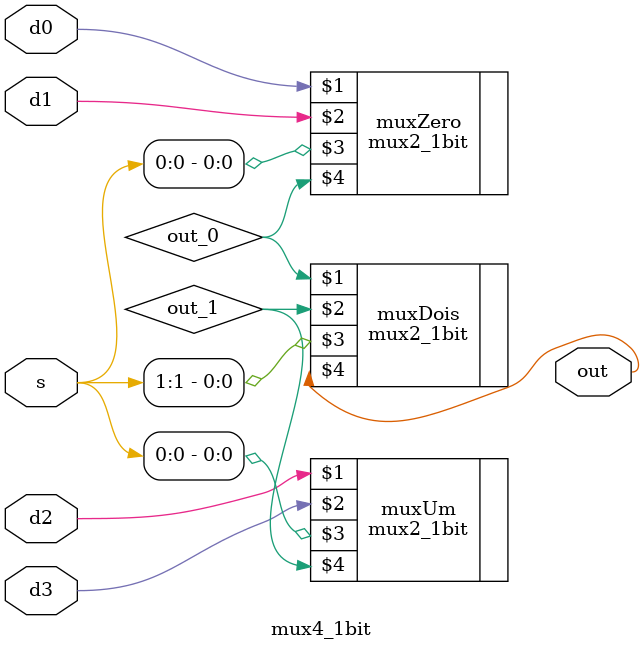
<source format=sv>
module mux4_1bit (d0, d1, d2, d3, s, out);
	
	input logic d0, d1, d2, d3;
	input logic [1:0] s;
	output logic out;
	
	logic out_0, out_1; 
	
	mux2_1bit muxZero(d0, d1, s[0], out_0);
	mux2_1bit muxUm(d2, d3, s[0], out_1);
	mux2_1bit muxDois(out_0, out_1, s[1], out);
	
endmodule 
</source>
